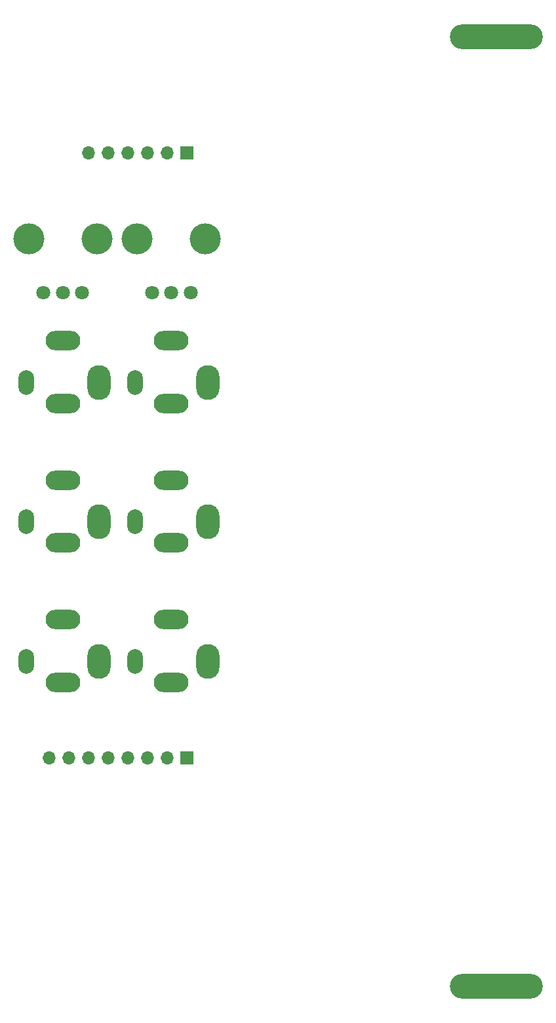
<source format=gts>
%TF.GenerationSoftware,KiCad,Pcbnew,(6.0.1)*%
%TF.CreationDate,2022-10-17T21:45:17-04:00*%
%TF.ProjectId,ER-VCA2-01-CTRLS,45522d56-4341-4322-9d30-312d4354524c,1*%
%TF.SameCoordinates,Original*%
%TF.FileFunction,Soldermask,Top*%
%TF.FilePolarity,Negative*%
%FSLAX46Y46*%
G04 Gerber Fmt 4.6, Leading zero omitted, Abs format (unit mm)*
G04 Created by KiCad (PCBNEW (6.0.1)) date 2022-10-17 21:45:17*
%MOMM*%
%LPD*%
G01*
G04 APERTURE LIST*
%ADD10O,12.000000X3.200000*%
%ADD11R,1.700000X1.700000*%
%ADD12O,1.700000X1.700000*%
%ADD13O,2.000000X3.200000*%
%ADD14O,3.000000X4.500000*%
%ADD15O,4.500000X2.500000*%
%ADD16C,4.000000*%
%ADD17C,1.800000*%
G04 APERTURE END LIST*
D10*
%TO.C,*%
X99000000Y-139000000D03*
X99000000Y-139000000D03*
X99000000Y-139000000D03*
%TD*%
D11*
%TO.C,J2*%
X59000000Y-109500000D03*
D12*
X56460000Y-109500000D03*
X53920000Y-109500000D03*
X51380000Y-109500000D03*
X48840000Y-109500000D03*
X46300000Y-109500000D03*
X43760000Y-109500000D03*
X41220000Y-109500000D03*
%TD*%
D10*
%TO.C,*%
X99000000Y-16500000D03*
X99000000Y-16500000D03*
X99000000Y-16500000D03*
%TD*%
D11*
%TO.C,J1*%
X59000000Y-31500000D03*
D12*
X56460000Y-31500000D03*
X53920000Y-31500000D03*
X51380000Y-31500000D03*
X48840000Y-31500000D03*
X46300000Y-31500000D03*
%TD*%
D13*
%TO.C,J3*%
X52299994Y-97100007D03*
D14*
X61699994Y-97100007D03*
D15*
X56999994Y-91700007D03*
X56999994Y-99800007D03*
%TD*%
D14*
%TO.C,J8*%
X47699997Y-61100003D03*
D13*
X38299997Y-61100003D03*
D15*
X42999997Y-55700003D03*
X42999997Y-63800003D03*
%TD*%
D13*
%TO.C,J7*%
X52299994Y-61100003D03*
D14*
X61699994Y-61100003D03*
D15*
X56999994Y-55700003D03*
X56999994Y-63800003D03*
%TD*%
D14*
%TO.C,J6*%
X47699997Y-79099992D03*
D13*
X38299997Y-79099992D03*
D15*
X42999997Y-73699992D03*
X42999997Y-81799992D03*
%TD*%
D14*
%TO.C,J5*%
X61699994Y-79099992D03*
D13*
X52299994Y-79099992D03*
D15*
X56999994Y-73699992D03*
X56999994Y-81799992D03*
%TD*%
D14*
%TO.C,J4*%
X47699997Y-97100007D03*
D13*
X38299997Y-97100007D03*
D15*
X42999997Y-91700007D03*
X42999997Y-99800007D03*
%TD*%
D16*
%TO.C,RV2*%
X47399999Y-42550012D03*
X38599999Y-42550012D03*
D17*
X40499999Y-49550012D03*
X42999999Y-49550012D03*
X45499999Y-49550012D03*
%TD*%
D16*
%TO.C,RV1*%
X61399999Y-42550012D03*
X52599999Y-42550012D03*
D17*
X54499999Y-49550012D03*
X56999999Y-49550012D03*
X59499999Y-49550012D03*
%TD*%
M02*

</source>
